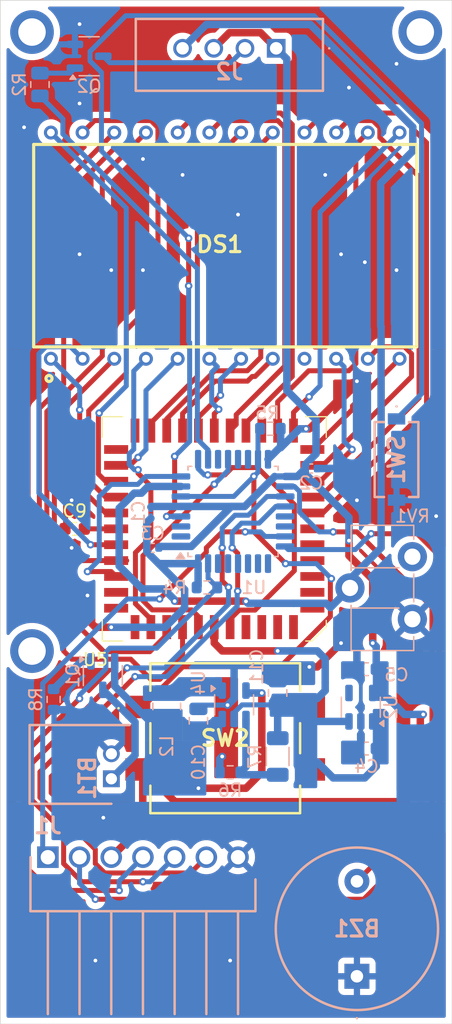
<source format=kicad_pcb>
(kicad_pcb (version 20241229) (generator "pcbnew") (generator_version "9.0")
  (layers (0 "F.Cu" signal) (2 "B.Cu" signal) (13 "F.Paste" user) (15 "B.Paste" user) (5 "F.SilkS" user "F.Silkscreen") (7 "B.SilkS" user "B.Silkscreen") (1 "F.Mask" user) (3 "B.Mask" user) (25 "Edge.Cuts" user))
  (net 0 "")
  (net 1 "GND")
  (net 2 "+BATT")
  (net 3 "+2V5")
  (net 5 "SWDIO")
  (net 11 "Net-(Q2-B)")
  (net 13 "SWCLK")
  (net 15 "Net-(U5-LCD0)")
  (net 16 "Net-(U4-V_{FB})")
  (net 17 "+5V")
  (net 19 "BUZZER")
  (net 23 "USERBUTTON")
  (net 25 "NRST")
  (net 26 "BOOT0")
  (net 27 "USART1_RX")
  (net 28 "USART1_TX")
  (net 29 "Net-(U4-SW)")
  (net 30 "LCD_DATA")
  (net 31 "LCD_LOAD")
  (net 32 "LCD_Clock")
  (net 34 "LCD_G3")
  (net 35 "LCD_D3")
  (net 37 "LCD_E3")
  (net 38 "LCD_C3")
  (net 40 "LCD_DP1")
  (net 42 "LCD_D1")
  (net 43 "LCD_A3")
  (net 44 "LCD_C1")
  (net 45 "LCD_A2")
  (net 49 "LCD_E1")
  (net 52 "LCD_F1")
  (net 53 "LCD_F3")
  (net 54 "LCD_F2")
  (net 55 "LCD_D2")
  (net 57 "LCD_B2")
  (net 59 "LCD_A1")
  (net 60 "LCD_B3")
  (net 61 "LCD_G2")
  (net 62 "LCD_G1")
  (net 64 "LCD_C2")
  (net 66 "Net-(DS1-COM)")
  (net 67 "LCD_B1")
  (net 68 "LCD_E2")
  (net 72 "Net-(BT1-+)")
  (net 73 "Net-(Q1-G)")
  (net 74 "Net-(J2-Pin_2)")
  (net 75 "ADC_IN")
  (net 76 "SENSOR_EN")
  (footprint "Package_LCC:PLCC-44" (layer "F.Cu") (at 142.875 80.3925 180)
    (property "Reference" "U5")
    (property "Value" "AY0438X-L")
  )
  (footprint "MountingHole:MountingHole_2.2mm_M2_ISO7380_Pad" (layer "F.Cu") (at 128.27 40.64)
    (property "Reference" "H1" (hide yes))
    (property "Value" "MountingHole" (hide yes))
  )
  (footprint "Capacitor_SMD:C_0603_1608Metric" (layer "F.Cu") (at 131.6875 80.3925)
    (property "Reference" "C9")
    (property "Value" "39 pF")
  )
  (footprint "breathalyzer:430162085826" (layer "F.Cu") (at 143.7525 97.145)
    (property "Reference" "SW2")
    (property "Value" "SW_Push_Dual" (hide yes))
  )
  (footprint "MountingHole:MountingHole_2.2mm_M2_ISO7380_Pad" (layer "F.Cu") (at 159.385 40.64)
    (property "Reference" "H1" (hide yes))
    (property "Value" "MountingHole" (hide yes))
  )
  (footprint "breathalyzer:LCD-S301C31TR" (layer "F.Cu") (at 143.7525 57.732779)
    (property "Reference" "DS1")
    (property "Value" "LCD-S301C31TR" (hide yes))
  )
  (footprint "MountingHole:MountingHole_2.2mm_M2_ISO7380_Pad" (layer "F.Cu") (at 128.27 90.17)
    (property "Reference" "H1" (hide yes))
    (property "Value" "MountingHole" (hide yes))
  )
  (footprint "Resistor_SMD:R_0603_1608Metric" (layer "B.Cu") (at 142.29 85.08 180)
    (property "Reference" "R4")
    (property "Value" "10k")
  )
  (footprint "Capacitor_SMD:C_0402_1005Metric" (layer "B.Cu") (at 137.95 81.915 180)
    (property "Reference" "C3")
    (property "Value" "100 nf")
  )
  (footprint "Capacitor_SMD:C_0603_1608Metric" (layer "B.Cu") (at 155.08 97.9725)
    (property "Reference" "C4")
    (property "Value" "1 uF")
  )
  (footprint "Capacitor_SMD:C_0402_1005Metric" (layer "B.Cu") (at 150.65 75.565)
    (property "Reference" "C2")
    (property "Value" "100 nf")
  )
  (footprint "Resistor_SMD:R_1206_3216Metric" (layer "B.Cu") (at 147.955 98.6075 -90)
    (property "Reference" "R7")
    (property "Value" "90k")
  )
  (footprint "Capacitor_SMD:C_0805_2012Metric" (layer "B.Cu") (at 141.605 95.7475 -90)
    (property "Reference" "C10")
    (property "Value" "10 uF")
  )
  (footprint "breathalyzer:PTS636SM43JSMTRLFS" (layer "B.Cu") (at 157.48 74.845 -90)
    (property "Reference" "SW1")
    (property "Value" "PTS636SK43SMTR" (hide yes))
  )
  (footprint "Resistor_SMD:R_0603_1608Metric" (layer "B.Cu") (at 147.37 72.38)
    (property "Reference" "R5")
    (property "Value" "10k")
  )
  (footprint "breathalyzer:HDRRA7W66P0X254_1X7_1778X229X274P" (layer "B.Cu") (at 129.54 106.666)
    (property "Reference" "J1")
    (property "Value" "Conn_01x07_Pin" (hide yes))
  )
  (footprint "Potentiometer_THT:Potentiometer_ACP_CA9-H5_Horizontal" (layer "B.Cu") (at 158.75 82.62 180)
    (property "Reference" "RV1")
    (property "Value" "50k_Potentiometer")
  )
  (footprint "Package_TO_SOT_SMD:SOT-23-6" (layer "B.Cu") (at 144.465 94.47 -90)
    (property "Reference" "U4")
    (property "Value" "TLV61070ADBV")
  )
  (footprint "Resistor_SMD:R_0603_1608Metric" (layer "B.Cu") (at 130.0025 94.0425 -90)
    (property "Reference" "R8")
    (property "Value" "1k")
  )
  (footprint "Resistor_SMD:R_0805_2012Metric" (layer "B.Cu") (at 128.905 44.837779 -90)
    (property "Reference" "R2")
    (property "Value" "330")
  )
  (footprint "Capacitor_SMD:C_0603_1608Metric" (layer "B.Cu") (at 155.08 91.6225)
    (property "Reference" "C5")
    (property "Value" "1 uF")
  )
  (footprint "Package_TO_SOT_SMD:SOT-23-5" (layer "B.Cu") (at 154.62 94.665 90)
    (property "Reference" "U2")
    (property "Value" "TLV73325PDBV")
  )
  (footprint "Capacitor_SMD:C_0805_2012Metric" (layer "B.Cu") (at 147.955 93.5275 -90)
    (property "Reference" "C11")
    (property "Value" "10 uF")
  )
  (footprint "Package_TO_SOT_SMD:SOT-23-3" (layer "B.Cu") (at 133.945 92.1375 -90)
    (property "Reference" "Q1")
    (property "Value" "Q_PMOS")
  )
  (footprint "breathalyzer:25SHB04TS" (layer "B.Cu") (at 147.835 41.940279)
    (property "Reference" "J2")
    (property "Value" "MP-3B socket" (hide yes))
  )
  (footprint "breathalyzer:CPT1414680T" (layer "B.Cu") (at 154.305 116.195 180)
    (property "Reference" "BZ1")
    (property "Value" "Buzzer" (hide yes))
  )
  (footprint "breathalyzer:SHDRRA2W50P0X200_1X2_600X770X525P" (layer "B.Cu") (at 134.63 100.3925 -90)
    (property "Reference" "BT1")
    (property "Value" "2x AA Battery" (hide yes))
  )
  (footprint "Package_QFP:LQFP-32_7x7mm_P0.8mm" (layer "B.Cu") (at 144.38 79)
    (property "Reference" "U1")
    (property "Value" "STM32F030K6Tx" (hide yes))
  )
  (footprint "Capacitor_SMD:C_01005_0402Metric" (layer "B.Cu") (at 137.795 79.1 -90)
    (property "Reference" "C1")
    (property "Value" "10 nf")
  )
  (footprint "Package_TO_SOT_SMD:SOT-23-3" (layer "B.Cu") (at 132.8475 42.575279)
    (property "Reference" "Q2")
    (property "Value" "NPN")
  )
  (footprint "Resistor_SMD:R_0603_1608Metric" (layer "B.Cu") (at 144.145 99.8775)
    (property "Reference" "R6")
    (property "Value" "10k")
  )
  (footprint "Inductor_SMD:L_1008_2520Metric" (layer "B.Cu") (at 139.065 94.6025 90)
    (property "Reference" "L2")
    (property "Value" "24 nH")
  )
  (gr_rect (start 125.73 38.1) (end 161.925 120.015) (stroke (width 0.05)) (fill no) (layer "Edge.Cuts"))
  (segment (start 150.495 91.44) (end 151.13 91.44) (width 0.6) (layer "F.Cu") (net 1))
  (segment (start 150.495 72.39) (end 154.305 68.58) (width 0.6) (layer "F.Cu") (net 1))
  (segment (start 133.35 88.265) (end 134.62 88.265) (width 0.6) (layer "F.Cu") (net 1))
  (segment (start 151.13 91.44) (end 153.035 89.535) (width 0.6) (layer "F.Cu") (net 1))
  (segment (start 150.23 72.39) (end 150.495 72.39) (width 0.6) (layer "F.Cu") (net 1))
  (segment (start 132.715 85.725) (end 132.715 87.63) (width 0.6) (layer "F.Cu") (net 1))
  (segment (start 132.715 87.63) (end 133.35 88.265) (width 0.6) (layer "F.Cu") (net 1))
  (segment (start 136.515 88.265) (end 136.525 88.255) (width 0.6) (layer "F.Cu") (net 1))
  (segment (start 134.62 88.265) (end 136.515 88.265) (width 0.6) (layer "F.Cu") (net 1))
  (via (at 153.035 58.42) (size 0.6) (drill 0.3) (layers "F.Cu" "B.Cu") (net 1))
  (via (at 157.48 59.69) (size 0.6) (drill 0.3) (layers "F.Cu" "B.Cu") (net 1))
  (via (at 132.08 46.355) (size 0.6) (drill 0.3) (layers "F.Cu" "B.Cu") (net 1))
  (via (at 144.78 55.245) (size 0.6) (drill 0.3) (layers "F.Cu" "B.Cu") (net 1))
  (via (at 133.985 103.505) (size 0.6) (drill 0.3) (layers "F.Cu" "B.Cu") (net 1))
  (via (at 132.08 40.005) (size 0.6) (drill 0.3) (layers "F.Cu" "B.Cu") (net 1))
  (via (at 143.51 98.6075) (size 0.6) (drill 0.3) (layers "F.Cu" "B.Cu") (net 1))
  (via (at 160.655 79.375) (size 0.6) (drill 0.3) (layers "F.Cu" "B.Cu") (net 1))
  (via (at 137.16 59.69) (size 0.6) (drill 0.3) (layers "F.Cu" "B.Cu") (net 1))
  (via (at 134.62 88.265) (size 0.6) (drill 0.3) (layers "F.Cu" "B.Cu") (net 1))
  (via (at 144.145 114.935) (size 0.6) (drill 0.3) (layers "F.Cu" "B.Cu") (net 1))
  (via (at 143.93881 94.496) (size 0.6) (drill 0.3) (layers "F.Cu" "B.Cu") (net 1))
  (via (at 140.335 52.07) (size 0.6) (drill 0.3) (layers "F.Cu" "B.Cu") (net 1))
  (via (at 150.23 72.39) (size 0.6) (drill 0.3) (layers "F.Cu" "B.Cu") (net 1))
  (via (at 131.445 78.105) (size 0.6) (drill 0.3) (layers "F.Cu" "B.Cu") (net 1))
  (via (at 154.305 68.58) (size 0.6) (drill 0.3) (layers "F.Cu" "B.Cu") (net 1))
  (via (at 134.62 59.69) (size 0.6) (drill 0.3) (layers "F.Cu" "B.Cu") (net 1))
  (via (at 153.035 89.535) (size 0.6) (drill 0.3) (layers "F.Cu" "B.Cu") (net 1))
  (via (at 133.35 114.935) (size 0.6) (drill 0.3) (layers "F.Cu" "B.Cu") (net 1))
  (via (at 132.715 85.725) (size 0.6) (drill 0.3) (layers "F.Cu" "B.Cu") (net 1))
  (via (at 151.765 52.07) (size 0.6) (drill 0.3) (layers "F.Cu" "B.Cu") (net 1))
  (via (at 137.16 50.8) (size 0.6) (drill 0.3) (layers "F.Cu" "B.Cu") (net 1))
  (via (at 131.445 81.915) (size 0.6) (drill 0.3) (layers "F.Cu" "B.Cu") (net 1))
  (via (at 153.67 45.085) (size 0.6) (drill 0.3) (layers "F.Cu" "B.Cu") (net 1))
  (via (at 154.94 59.055) (size 0.6) (drill 0.3) (layers "F.Cu" "B.Cu") (net 1))
  (via (at 157.48 43.18) (size 0.6) (drill 0.3) (layers "F.Cu" "B.Cu") (net 1))
  (via (at 132.08 58.42) (size 0.6) (drill 0.3) (layers "F.Cu" "B.Cu") (net 1))
  (via (at 127.635 48.26) (size 0.6) (drill 0.3) (layers "F.Cu" "B.Cu") (net 1))
  (via (at 154.305 78.105) (size 0.6) (drill 0.3) (layers "F.Cu" "B.Cu") (net 1))
  (via (at 150.495 91.44) (size 0.6) (drill 0.3) (layers "F.Cu" "B.Cu") (net 1))
  (segment (start 148.195 73.81) (end 147.18 74.825) (width 0.6) (layer "B.Cu") (net 1))
  (segment (start 144.465 93.3325) (end 144.465 93.96981) (width 0.6) (layer "B.Cu") (net 1))
  (segment (start 137.47 81.915) (end 137.47 79.876) (width 0.6) (layer "B.Cu") (net 1))
  (segment (start 141.9065 94.496) (end 143.93881 94.496) (width 0.4) (layer "B.Cu") (net 1))
  (segment (start 138.420001 83.175) (end 137.47 82.224999) (width 0.6) (layer "B.Cu") (net 1))
  (segment (start 137.47 82.224999) (end 137.47 81.915) (width 0.6) (layer "B.Cu") (net 1))
  (segment (start 141.605 94.7975) (end 141.9065 94.496) (width 0.4) (layer "B.Cu") (net 1))
  (segment (start 153.025 75.555) (end 153.035 75.565) (width 0.6) (layer "B.Cu") (net 1))
  (segment (start 140.501 85.255999) (end 138.420001 83.175) (width 0.6) (layer "B.Cu") (net 1))
  (segment (start 143.32 98.7975) (end 143.51 98.6075) (width 0.6) (layer "B.Cu") (net 1))
  (segment (start 148.195 72.38) (end 148.195 73.81) (width 0.6) (layer "B.Cu") (net 1))
  (segment (start 149.705 72.39) (end 150.23 72.39) (width 0.6) (layer "B.Cu") (net 1))
  (segment (start 138.938636 88.265) (end 140.501 86.702636) (width 0.6) (layer "B.Cu") (net 1))
  (segment (start 134.62 88.265) (end 138.938636 88.265) (width 0.6) (layer "B.Cu") (net 1))
  (segment (start 144.465 92.69519) (end 144.465 91.3075) (width 0.6) (layer "B.Cu") (net 1))
  (segment (start 130.0025 94.8675) (end 131.105 94.8675) (width 0.6) (layer "B.Cu") (net 1))
  (segment (start 144.465 93.96981) (end 143.93881 94.496) (width 0.6) (layer "B.Cu") (net 1))
  (segment (start 141.58 83.175) (end 138.420001 83.175) (width 0.6) (layer "B.Cu") (net 1))
  (segment (start 144.465 93.3325) (end 144.465 92.69519) (width 0.6) (layer "B.Cu") (net 1))
  (segment (start 141.58 84.965) (end 141.465 85.08) (width 0.6) (layer "B.Cu") (net 1))
  (segment (start 151.98 75.565) (end 151.99 75.555) (width 0.6) (layer "B.Cu") (net 1))
  (segment (start 143.32 99.8775) (end 143.32 98.7975) (width 0.6) (layer "B.Cu") (net 1))
  (segment (start 151.99 75.555) (end 153.025 75.555) (width 0.6) (layer "B.Cu") (net 1))
  (segment (start 148.195 73.9) (end 149.705 72.39) (width 0.6) (layer "B.Cu") (net 1))
  (segment (start 140.501 86.702636) (end 140.501 85.255999) (width 0.6) (layer "B.Cu") (net 1))
  (segment (start 151.13 75.565) (end 151.98 75.565) (width 0.6) (layer "B.Cu") (net 1))
  (segment (start 154.305 91.6225) (end 154.305 89.535) (width 0.6) (layer "B.Cu") (net 1))
  (segment (start 141.58 83.175) (end 141.58 84.965) (width 0.6) (layer "B.Cu") (net 1))
  (segment (start 148.195 73.81) (end 148.195 73.9) (width 0.6) (layer "B.Cu") (net 1))
  (segment (start 137.47 79.876) (end 137.795 79.551) (width 0.6) (layer "B.Cu") (net 1))
  (segment (start 146.05 100.5125) (end 146.685 99.8775) (width 0.6) (layer "F.Cu") (net 2))
  (segment (start 146.685 99.8775) (end 146.685 93.5275) (width 0.6) (layer "F.Cu") (net 2))
  (segment (start 145.415 101.1475) (end 146.05 100.5125) (width 0.6) (layer "F.Cu") (net 2))
  (segment (start 141.605 101.1475) (end 145.415 101.1475) (width 0.6) (layer "F.Cu") (net 2))
  (via (at 141.605 101.1475) (size 0.6) (drill 0.3) (layers "F.Cu" "B.Cu") (net 2))
  (via (at 146.685 93.5275) (size 0.6) (drill 0.3) (layers "F.Cu" "B.Cu") (net 2))
  (segment (start 146.685 93.5275) (end 145.61 93.5275) (width 0.6) (layer "B.Cu") (net 2))
  (segment (start 145.61 93.5275) (end 145.415 93.3325) (width 0.6) (layer "B.Cu") (net 2))
  (segment (start 134.895 91) (end 134.895 92.975) (width 0.6) (layer "B.Cu") (net 2))
  (segment (start 134.895 92.975) (end 137.5975 95.6775) (width 0.6) (layer "B.Cu") (net 2))
  (segment (start 137.5975 95.6775) (end 139.065 95.6775) (width 0.6) (layer "B.Cu") (net 2))
  (segment (start 144.086 40.689279) (end 142.835 41.940279) (width 0.6) (layer "F.Cu") (net 3))
  (segment (start 147.835 41.940279) (end 146.584 40.689279) (width 0.6) (layer "F.Cu") (net 3))
  (segment (start 153.67 82.54) (end 153.67 81.335) (width 0.6) (layer "F.Cu") (net 3))
  (segment (start 155.575 89.535) (end 155.575 84.445) (width 0.6) (layer "F.Cu") (net 3))
  (segment (start 159.385 95.476) (end 159.621 95.24) (width 0.6) (layer "F.Cu") (net 3))
  (segment (start 155.575 84.445) (end 153.67 82.54) (width 0.6) (layer "F.Cu") (net 3))
  (segment (start 134.62 106.666) (end 137.145 104.141) (width 0.6) (layer "F.Cu") (net 3))
  (segment (start 137.145 99.645) (end 139.725 102.225) (width 0.6) (layer "F.Cu") (net 3))
  (segment (start 159.385 100.955) (end 159.385 95.476) (width 0.6) (layer "F.Cu") (net 3))
  (segment (start 139.725 102.225) (end 158.115 102.225) (width 0.6) (layer "F.Cu") (net 3))
  (segment (start 158.115 102.225) (end 159.385 100.955) (width 0.6) (layer "F.Cu") (net 3))
  (segment (start 137.145 104.141) (end 137.145 99.645) (width 0.6) (layer "F.Cu") (net 3))
  (segment (start 146.584 40.689279) (end 144.086 40.689279) (width 0.6) (layer "F.Cu") (net 3))
  (via (at 159.621 95.24) (size 0.6) (drill 0.3) (layers "F.Cu" "B.Cu") (net 3))
  (via (at 155.575 89.535) (size 0.6) (drill 0.3) (layers "F.Cu" "B.Cu") (net 3))
  (via (at 153.67 81.335) (size 0.6) (drill 0.3) (layers "F.Cu" "B.Cu") (net 3))
  (segment (start 157.48 94.605) (end 156.845 93.97) (width 0.6) (layer "B.Cu") (net 3))
  (segment (start 140.205 81.8) (end 138.545 81.8) (width 0.6) (layer "B.Cu") (net 3))
  (segment (start 148.690906 69.315906) (end 151.03 71.655) (width 0.6) (layer "B.Cu") (net 3))
  (segment (start 155.855 89.815) (end 155.855 91.6225) (width 0.6) (layer "B.Cu") (net 3))
  (segment (start 140.205 78.6) (end 141.043762 78.6) (width 0.6) (layer "B.Cu") (net 3))
  (segment (start 150.17 75.255) (end 151.03 74.395) (width 0.6) (layer "B.Cu") (net 3))
  (segment (start 151.03 74.395) (end 151.03 71.655) (width 0.6) (layer "B.Cu") (net 3))
  (segment (start 149.535 76.2) (end 150.17 75.565) (width 0.6) (layer "B.Cu") (net 3))
  (segment (start 159.621 95.24) (end 158.115 95.24) (width 0.6) (layer "B.Cu") (net 3))
  (segment (start 158.115 95.24) (end 157.48 94.605) (width 0.6) (layer "B.Cu") (net 3))
  (segment (start 140.205 81.8) (end 141.043762 81.8) (width 0.6) (layer "B.Cu") (net 3))
  (segment (start 144.243762 78.6) (end 145.316238 78.6) (width 0.6) (layer "B.Cu") (net 3))
  (segment (start 145.316238 78.6) (end 147.716238 76.2) (width 0.6) (layer "B.Cu") (net 3))
  (segment (start 140.205 78.6) (end 137.844 78.6) (width 0.6) (layer "B.Cu") (net 3))
  (segment (start 147.835 41.940279) (end 148.690906 42.796185) (width 0.6) (layer "B.Cu") (net 3))
  (segment (start 155.575 89.535) (end 155.855 89.815) (width 0.6) (layer "B.Cu") (net 3))
  (segment (start 153.67 79.485) (end 150.17 75.985) (width 0.6) (layer "B.Cu") (net 3))
  (segment (start 148.690906 42.796185) (end 148.690906 69.315906) (width 0.6) (layer "B.Cu") (net 3))
  (segment (start 148.555 76.2) (end 149.535 76.2) (width 0.6) (layer "B.Cu") (net 3))
  (segment (start 141.043762 81.8) (end 144.243762 78.6) (width 0.6) (layer "B.Cu") (net 3))
  (segment (start 150.17 75.565) (end 150.17 75.255) (width 0.6) (layer "B.Cu") (net 3))
  (segment (start 153.67 81.335) (end 153.67 79.485) (width 0.6) (layer "B.Cu") (net 3))
  (segment (start 137.844 78.6) (end 137.795 78.649) (width 0.6) (layer "B.Cu") (net 3))
  (segment (start 150.17 75.985) (end 150.17 75.565) (width 0.6) (layer "B.Cu") (net 3))
  (segment (start 140.205 78.6) (end 145.316238 78.6) (width 0.6) (layer "B.Cu") (net 3))
  (segment (start 138.545 81.8) (end 138.43 81.915) (width 0.6) (layer "B.Cu") (net 3))
  (segment (start 142.24 81.905) (end 142.24 82.256761) (width 0.4) (layer "F.Cu") (net 5))
  (segment (start 142.24 82.256761) (end 138.494999 86.001762) (width 0.4) (layer "F.Cu") (net 5))
  (segment (start 145.35 80.635) (end 143.51 80.635) (width 0.4) (layer "F.Cu") (net 5))
  (segment (start 143.51 80.635) (end 142.24 81.905) (width 0.4) (layer "F.Cu") (net 5))
  (via (at 145.35 80.635) (size 0.6) (drill 0.3) (layers "F.Cu" "B.Cu") (net 5))
  (via (at 138.494999 86.001762) (size 0.6) (drill 0.3) (layers "F.Cu" "B.Cu") (net 5))
  (segment (start 129.1265 106.2525) (end 129.54 106.666) (width 0.4) (layer "B.Cu") (net 5))
  (segment (start 145.35 80.635) (end 146.585712 80.635) (width 0.4) (layer "B.Cu") (net 5))
  (segment (start 138.494999 86.001762) (end 135.887754 86.001762) (width 0.4) (layer "B.Cu") (net 5))
  (segment (start 135.887754 86.001762) (end 129.1265 92.763016) (width 0.4) (layer "B.Cu") (net 5))
  (segment (start 146.950712 81) (end 148.555 81) (width 0.4) (layer "B.Cu") (net 5))
  (segment (start 129.1265 92.763016) (end 129.1265 106.2525) (width 0.4) (layer "B.Cu") (net 5))
  (segment (start 146.585712 80.635) (end 146.950712 81) (width 0.4) (layer "B.Cu") (net 5))
  (segment (start 131.31 43.925279) (end 131.71 43.525279) (width 0.4) (layer "B.Cu") (net 11))
  (segment (start 128.905 43.925279) (end 131.31 43.925279) (width 0.4) (layer "B.Cu") (net 11))
  (segment (start 160.922 103.959314) (end 154.851814 110.0295) (width 0.4) (layer "F.Cu") (net 13))
  (segment (start 160.922 82.57027) (end 160.922 103.959314) (width 0.4) (layer "F.Cu") (net 13))
  (segment (start 154.851814 110.0295) (end 133.35 110.0295) (width 0.4) (layer "F.Cu") (net 13))
  (segment (start 155.443501 80.783551) (end 159.135281 80.783551) (width 0.4) (layer "F.Cu") (net 13))
  (segment (start 159.135281 80.783551) (end 160.922 82.57027) (width 0.4) (layer "F.Cu") (net 13))
  (via (at 155.443501 80.783551) (size 0.6) (drill 0.3) (layers "F.Cu" "B.Cu") (net 13))
  (via (at 133.35 110.0295) (size 0.6) (drill 0.3) (layers "F.Cu" "B.Cu") (net 13))
  (segment (start 148.555 81.8) (end 148.804999 82.049999) (width 0.4) (layer "B.Cu") (net 13))
  (segment (start 148.804999 82.049999) (end 154.177053 82.049999) (width 0.4) (layer "B.Cu") (net 13))
  (segment (start 133.35 110.0295) (end 132.08 108.7595) (width 0.4) (layer "B.Cu") (net 13))
  (segment (start 132.08 108.7595) (end 132.08 106.666) (width 0.4) (layer "B.Cu") (net 13))
  (segment (start 154.177053 82.049999) (end 155.443501 80.783551) (width 0.4) (layer "B.Cu") (net 13))
  (segment (start 132.4625 80.3925) (end 135.0125 80.3925) (width 0.4) (layer "F.Cu") (net 15))
  (segment (start 145.415 99.4325) (end 144.97 99.8775) (width 0.6) (layer "B.Cu") (net 16))
  (segment (start 145.415 95.6075) (end 145.415 99.4325) (width 0.6) (layer "B.Cu") (net 16))
  (segment (start 145.1625 100.07) (end 144.97 99.8775) (width 0.6) (layer "B.Cu") (net 16))
  (segment (start 147.955 100.07) (end 145.1625 100.07) (width 0.6) (layer "B.Cu") (net 16))
  (segment (start 142.875 88.255) (end 142.875 89.525) (width 0.6) (layer "F.Cu") (net 17))
  (segment (start 143.51 90.16) (end 147.955 90.16) (width 0.6) (layer "F.Cu") (net 17))
  (segment (start 142.875 89.525) (end 143.51 90.16) (width 0.6) (layer "F.Cu") (net 17))
  (via (at 147.955 90.16) (size 0.6) (drill 0.3) (layers "F.Cu" "B.Cu") (net 17))
  (segment (start 145.1 94.4775) (end 147.955 94.4775) (width 0.4) (layer "B.Cu") (net 17))
  (segment (start 153.67 95.8025) (end 151.13 95.8025) (width 0.6) (layer "B.Cu") (net 17))
  (segment (start 150.495 99.05) (end 151.13 99.05) (width 0.6) (layer "B.Cu") (net 17))
  (segment (start 147.955 90.16) (end 151.13 90.16) (width 0.6) (layer "B.Cu") (net 17))
  (segment (start 151.765 92.7) (end 151.765 93.335) (width 0.6) (layer "B.Cu") (net 17))
  (segment (start 152.4 100.32) (end 154.94 100.32) (width 0.6) (layer "B.Cu") (net 17))
  (segment (start 154.94 100.32) (end 155.855 99.405) (width 0.6) (layer "B.Cu") (net 17))
  (segment (start 144.465 95.1125) (end 145.1 94.4775) (width 0.4) (layer "B.Cu") (net 17))
  (segment (start 144.465 95.6075) (end 144.465 95.111612) (width 0.4) (layer "B.Cu") (net 17))
  (segment (start 151.765 93.335) (end 151.13 93.97) (width 0.6) (layer "B.Cu") (net 17))
  (segment (start 155.855 99.405) (end 155.855 97.9725) (width 0.6) (layer "B.Cu") (net 17))
  (segment (start 147.955 97.145) (end 147.955 94.4775) (width 0.6) (layer "B.Cu") (net 17))
  (segment (start 151.765 90.795) (end 151.765 92.7) (width 0.6) (layer "B.Cu") (net 17))
  (segment (start 144.465 95.6075) (end 144.465 95.1125) (width 0.4) (layer "B.Cu") (net 17))
  (segment (start 151.13 90.16) (end 151.765 90.795) (width 0.6) (layer "B.Cu") (net 17))
  (segment (start 151.13 99.05) (end 152.4 100.32) (width 0.6) (layer "B.Cu") (net 17))
  (segment (start 154.305 80.635) (end 152.4 80.635) (width 0.4) (layer "F.Cu") (net 19))
  (segment (start 160.321 86.651) (end 154.305 80.635) (width 0.4) (layer "F.Cu") (net 19))
  (segment (start 154.305 108.595) (end 160.321 102.579) (width 0.4) (layer "F.Cu") (net 19))
  (segment (start 160.321 102.579) (end 160.321 86.651) (width 0.4) (layer "F.Cu") (net 19))
  (via (at 152.4 80.635) (size 0.6) (drill 0.3) (layers "F.Cu" "B.Cu") (net 19))
  (segment (start 152.4 80.635) (end 151.28734 80.635) (width 0.4) (layer "B.Cu") (net 19))
  (segment (start 149.706 77.401001) (end 149.304999 77) (width 0.4) (layer "B.Cu") (net 19))
  (segment (start 149.706 79.05366) (end 149.706 77.401001) (width 0.4) (layer "B.Cu") (net 19))
  (segment (start 149.304999 77) (end 148.555 77) (width 0.4) (layer "B.Cu") (net 19))
  (segment (start 151.28734 80.635) (end 149.706 79.05366) (width 0.4) (layer "B.Cu") (net 19))
  (segment (start 148.59 83.175) (end 146.05 80.635) (width 0.4) (layer "F.Cu") (net 23))
  (segment (start 137.145 94.645) (end 140.36 91.43) (width 0.4) (layer "F.Cu") (net 23))
  (segment (start 152.179 85.08) (end 152.179 84.450456) (width 0.4) (layer "F.Cu") (net 23))
  (segment (start 146.05 80.635) (end 146.05 76.19) (width 0.4) (layer "F.Cu") (net 23))
  (segment (start 152.179 84.450456) (end 152.256304 84.373152) (width 0.4) (layer "F.Cu") (net 23))
  (segment (start 148.1645 91.43) (end 152.179 87.4155) (width 0.4) (layer "F.Cu") (net 23))
  (segment (start 140.36 91.43) (end 148.1645 91.43) (width 0.4) (layer "F.Cu") (net 23))
  (segment (start 152.179 87.4155) (end 152.179 85.08) (width 0.4) (layer "F.Cu") (net 23))
  (via (at 152.256304 84.373152) (size 0.6) (drill 0.3) (layers "F.Cu" "B.Cu") (net 23))
  (via (at 146.05 76.19) (size 0.6) (drill 0.3) (layers "F.Cu" "B.Cu") (net 23))
  (via (at 148.59 83.175) (size 0.6) (drill 0.3) (layers "F.Cu" "B.Cu") (net 23))
  (segment (start 146.05 76.19) (end 146.38 75.86) (width 0.4) (layer "B.Cu") (net 23))
  (segment (start 146.38 72.545) (end 146.38 74.825) (width 0.4) (layer "B.Cu") (net 23))
  (segment (start 146.05 76.19) (end 144.44 77.8) (width 0.4) (layer "B.Cu") (net 23))
  (segment (start 146.38 75.86) (end 146.38 74.825) (width 0.4) (layer "B.Cu") (net 23))
  (segment (start 144.44 77.8) (end 140.205 77.8) (width 0.4) (layer "B.Cu") (net 23))
  (segment (start 152.256304 84.373152) (end 151.058152 83.175) (width 0.4) (layer "B.Cu") (net 23))
  (segment (start 151.058152 83.175) (end 148.59 83.175) (width 0.4) (layer "B.Cu") (net 23))
  (segment (start 140.8215 60.95) (end 140.8215 57.14) (width 0.4) (layer "F.Cu") (net 25))
  (segment (start 139.7 78.765) (end 139.7 74.5935) (width 0.4) (layer "F.Cu") (net 25))
  (segment (start 139.065 79.4) (end 139.7 78.765) (width 0.4) (layer "F.Cu") (net 25))
  (via (at 140.8215 60.95) (size 0.6) (drill 0.3) (layers "F.Cu" "B.Cu") (net 25))
  (via (at 139.7 74.5935) (size 0.6) (drill 0.3) (layers "F.Cu" "B.Cu") (net 25))
  (via (at 140.8215 57.14) (size 0.6) (drill 0.3) (layers "F.Cu" "B.Cu") (net 25))
  (via (at 139.065 79.4) (size 0.6) (drill 0.3) (layers "F.Cu" "B.Cu") (net 25))
  (segment (start 159.4845 69.5905) (end 157.48 71.595) (width 0.4) (layer "B.Cu") (net 25))
  (segment (start 140.9035 73.39) (end 140.9035 65.477) (width 0.4) (layer "B.Cu") (net 25))
  (segment (start 140.205 79.4) (end 139.065 79.4) (width 0.4) (layer "B.Cu") (net 25))
  (segment (start 135.780112 39.334279) (end 150.865845 39.334279) (width 0.4) (layer "B.Cu") (net 25))
  (segment (start 159.4845 47.952934) (end 159.4845 69.5905) (width 0.4) (layer "B.Cu") (net 25))
  (segment (start 139.7 74.5935) (end 140.9035 73.39) (width 0.4) (layer "B.Cu") (net 25))
  (segment (start 140.8215 57.14) (end 133.836058 50.154558) (width 0.4) (layer "B.Cu") (net 25))
  (segment (start 140.8215 65.395) (end 140.8215 60.95) (width 0.4) (layer "B.Cu") (net 25))
  (segment (start 150.865845 39.334279) (end 159.4845 47.952934) (width 0.4) (layer "B.Cu") (net 25))
  (segment (start 133.836058 50.154558) (end 133.836058 43.872225) (width 0.4) (layer "B.Cu") (net 25))
  (segment (start 140.89575 65.46925) (end 140.8215 65.395) (width 0.4) (layer "B.Cu") (net 25))
  (segment (start 133.836058 43.872225) (end 132.9215 42.957667) (width 0.4) (layer "B.Cu") (net 25))
  (segment (start 132.9215 42.957667) (end 132.9215 42.192891) (width 0.4) (layer "B.Cu") (net 25))
  (segment (start 132.9215 42.192891) (end 135.780112 39.334279) (width 0.4) (layer "B.Cu") (net 25))
  (segment (start 140.9035 65.477) (end 140.89575 65.46925) (width 0.4) (layer "B.Cu") (net 25))
  (segment (start 127.669 107.322) (end 129.6765 109.3295) (width 0.4) (layer "F.Cu") (net 26))
  (segment (start 127.669 98.381) (end 127.669 107.322) (width 0.4) (layer "F.Cu") (net 26))
  (segment (start 132.08 93.97) (end 127.669 98.381) (width 0.4) (layer "F.Cu") (net 26))
  (segment (start 129.6765 109.3295) (end 135.255 109.3295) (width 0.4) (layer "F.Cu") (net 26))
  (via (at 132.08 93.97) (size 0.6) (drill 0.3) (layers "F.Cu" "B.Cu") (net 26))
  (via (at 135.255 109.3295) (size 0.6) (drill 0.3) (layers "F.Cu" "B.Cu") (net 26))
  (segment (start 134.194 90.255112) (end 134.194 91.580112) (width 0.4) (layer "B.Cu") (net 26))
  (segment (start 134.512612 89.9365) (end 134.194 90.255112) (width 0.4) (layer "B.Cu") (net 26))
  (segment (start 135.255 109.3295) (end 135.255 108.571) (width 0.4) (layer "B.Cu") (net 26))
  (segment (start 135.255 108.571) (end 137.16 106.666) (width 0.4) (layer "B.Cu") (net 26))
  (segment (start 143.115 85.08) (end 138.2585 89.9365) (width 0.4) (layer "B.Cu") (net 26))
  (segment (start 142.38 84.345) (end 143.115 85.08) (width 0.4) (layer "B.Cu") (net 26))
  (segment (start 132.08 93.694112) (end 132.08 93.97) (width 0.4) (layer "B.Cu") (net 26))
  (segment (start 138.2585 89.9365) (end 134.512612 89.9365) (width 0.4) (layer "B.Cu") (net 26))
  (segment (start 134.194 91.580112) (end 132.08 93.694112) (width 0.4) (layer "B.Cu") (net 26))
  (segment (start 142.38 83.175) (end 142.38 84.345) (width 0.4) (layer "B.Cu") (net 26))
  (segment (start 128.905 101.887917) (end 131.792083 104.775) (width 0.4) (layer "F.Cu") (net 27))
  (segment (start 144.752183 82.34718) (end 144.752183 85.376529) (width 0.4) (layer "F.Cu") (net 27))
  (segment (start 128.905 99.8405) (end 128.905 101.887917) (width 0.4) (layer "F.Cu") (net 27))
  (segment (start 133.3435 107.176359) (end 134.096641 107.9295) (width 0.4) (layer "F.Cu") (net 27))
  (segment (start 131.792083 104.775) (end 132.08 104.775) (width 0.4) (layer "F.Cu") (net 27))
  (segment (start 136.869636 107.9285) (end 137.450364 107.9285) (width 0.4) (layer "F.Cu") (net 27))
  (segment (start 136.525 92.2205) (end 128.905 99.8405) (width 0.4) (layer "F.Cu") (net 27))
  (segment (start 134.096641 107.9295) (end 136.868636 107.9295) (width 0.4) (layer "F.Cu") (net 27))
  (segment (start 144.310003 81.905) (end 144.752183 82.34718) (width 0.4) (layer "F.Cu") (net 27))
  (segment (start 133.3435 106.0385) (end 133.3435 107.176359) (width 0.4) (layer "F.Cu") (net 27))
  (segment (start 132.08 104.775) (end 133.3435 106.0385) (width 0.4) (layer "F.Cu") (net 27))
  (segment (start 137.450364 107.9285) (end 137.451364 107.9295) (width 0.4) (layer "F.Cu") (net 27))
  (segment (start 136.868636 107.9295) (end 136.869636 107.9285) (width 0.4) (layer "F.Cu") (net 27))
  (segment (start 140.9765 107.9295) (end 142.24 106.666) (width 0.4) (layer "F.Cu") (net 27))
  (segment (start 137.451364 107.9295) (end 140.9765 107.9295) (width 0.4) (layer "F.Cu") (net 27))
  (via (at 136.525 92.2205) (size 0.6) (drill 0.3) (layers "F.Cu" "B.Cu") (net 27))
  (via (at 144.310003 81.905) (size 0.6) (drill 0.3) (layers "F.Cu" "B.Cu") (net 27))
  (via (at 144.752183 85.376529) (size 0.6) (drill 0.3) (layers "F.Cu" "B.Cu") (net 27))
  (segment (start 139.069362 92.2205) (end 136.525 92.2205) (width 0.4) (layer "B.Cu") (net 27))
  (segment (start 144.714 85.414712) (end 144.714 86.575862) (width 0.4) (layer "B.Cu") (net 27))
  (segment (start 144.752183 85.376529) (end 144.714 85.414712) (width 0.4) (layer "B.Cu") (net 27))
  (segment (start 147.805001 78.6) (end 146.471001 79.934) (width 0.4) (layer "B.Cu") (net 27))
  (segment (start 145.059636 79.934) (end 144.310003 80.683633) (width 0.4) (layer "B.Cu") (net 27))
  (segment (start 144.714 86.575862) (end 139.069362 92.2205) (width 0.4) (layer "B.Cu") (net 27))
  (segment (start 148.555 78.6) (end 147.805001 78.6) (width 0.4) (layer "B.Cu") (net 27))
  (segment (start 146.471001 79.934) (end 145.059636 79.934) (width 0.4) (layer "B.Cu") (net 27))
  (segment (start 144.310003 80.683633) (end 144.310003 81.905) (width 0.4) (layer "B.Cu") (net 27))
  (segment (start 135.89 91.5205) (end 128.27 99.1405) (width 0.4) (layer "F.Cu") (net 28))
  (segment (start 128.27 99.1405) (end 128.27 102.102859) (width 0.4) (layer "F.Cu") (net 28))
  (segment (start 143.51 81.905) (end 143.51 84.560781) (width 0.4) (layer "F.Cu") (net 28))
  (segment (start 132.256641 108.6295) (end 137.16 108.6295) (width 0.4) (layer "F.Cu") (net 28))
  (segment (start 143.51 84.560781) (end 144.015 85.065781) (width 0.4) (layer "F.Cu") (net 28))
  (segment (start 130.8035 104.636359) (end 130.8035 107.176359) (width 0.4) (layer "F.Cu") (net 28))
  (segment (start 128.27 102.102859) (end 130.8035 104.636359) (width 0.4) (layer "F.Cu") (net 28))
  (segment (start 130.8035 107.176359) (end 132.256641 108.6295) (width 0.4) (layer "F.Cu") (net 28))
  (via (at 135.89 91.5205) (size 0.6) (drill 0.3) (layers "F.Cu" "B.Cu") (net 28))
  (via (at 137.16 108.6295) (size 0.6) (drill 0.3) (layers "F.Cu" "B.Cu") (net 28))
  (via (at 144.015 85.065781) (size 0.6) (drill 0.3) (layers "F.Cu" "B.Cu") (net 28))
  (via (at 143.51 81.905) (size 0.6) (drill 0.3) (layers "F.Cu" "B.Cu") (net 28))
  (segment (start 147.107602 77.8) (end 145.606602 79.301) (width 0.4) (layer "B.Cu") (net 28))
  (segment (start 137.16 108.6295) (end 137.7365 108.6295) (width 0.4) (layer "B.Cu") (net 28))
  (segment (start 145.606602 79.301) (end 144.534126 79.301) (width 0.4) (layer "B.Cu") (net 28))
  (segment (start 143.51 80.325126) (end 143.51 81.905) (width 0.4) (layer "B.Cu") (net 28))
  (segment (start 144.015 85.065781) (end 144.015 86.42492) (width 0.4) (layer "B.Cu") (net 28))
  (segment (start 137.7365 108.6295) (end 139.7 106.666) (width 0.4) (layer "B.Cu") (net 28))
  (segment (start 144.534126 79.301) (end 143.51 80.325126) (width 0.4) (layer "B.Cu") (net 28))
  (segment (start 148.555 77.8) (end 147.107602 77.8) (width 0.4) (layer "B.Cu") (net 28))
  (segment (start 138.91942 91.5205) (end 135.89 91.5205) (width 0.4) (layer "B.Cu") (net 28))
  (segment (start 144.015 86.42492) (end 138.91942 91.5205) (width 0.4) (layer "B.Cu") (net 28))
  (segment (start 132.715 83.81) (end 134.62 83.81) (width 0.4) (layer "F.Cu") (net 30))
  (segment (start 134.62 83.81) (end 135.0125 84.2025) (width 0.4) (layer "F.Cu") (net 30))
  (via (at 132.715 83.81) (size 0.6) (drill 0.3) (layers "F.Cu" "B.Cu") (net 30))
  (segment (start 137.38197 76.2) (end 140.205 76.2) (width 0.4) (layer "B.Cu") (net 30))
  (segment (start 133.6585 77.7965) (end 133.6585 82.8665) (width 0.4) (layer "B.Cu") (net 30))
  (segment (start 136.74697 76.835) (end 137.38197 76.2) (width 0.4) (layer "B.Cu") (net 30))
  (segment (start 133.6585 82.8665) (end 132.715 83.81) (width 0.4) (layer "B.Cu") (net 30))
  (segment (start 134.62 76.835) (end 136.74697 76.835) (width 0.4) (layer "B.Cu") (net 30))
  (segment (start 133.6585 77.7965) (end 134.62 76.835) (width 0.4) (layer "B.Cu") (net 30))
  (segment (start 144.145 88.255) (end 144.145 87.62) (width 0.4) (layer "F.Cu") (net 31))
  (segment (start 149.291 78.439636) (end 146.340364 75.489) (width 0.4) (layer "F.Cu") (net 31))
  (segment (start 146.340364 75.489) (end 144.307364 75.489) (width 0.4) (layer "F.Cu") (net 31))
  (segment (start 144.307364 75.489) (end 143.721364 76.075) (width 0.4) (layer "F.Cu") (net 31))
  (segment (start 144.145 87.62) (end 144.8735 86.8915) (width 0.4) (layer "F.Cu") (net 31))
  (segment (start 143.721364 76.075) (end 142.355066 76.075) (width 0.4) (layer "F.Cu") (net 31))
  (segment (start 149.291 83.744) (end 149.291 78.439636) (width 0.4) (layer "F.Cu") (net 31))
  (segment (start 144.8735 86.8915) (end 146.1435 86.8915) (width 0.4) (layer "F.Cu") (net 31))
  (segment (start 146.1435 86.8915) (end 149.291 83.744) (width 0.4) (layer "F.Cu") (net 31))
  (via (at 142.355066 76.075) (size 0.6) (drill 0.3) (layers "F.Cu" "B.Cu") (net 31))
  (segment (start 142.355066 76.075) (end 142.080001 76.075) (width 0.4) (layer "B.Cu") (net 31))
  (segment (start 142.080001 76.075) (end 141.58 75.574999) (width 0.4) (layer "B.Cu") (net 31))
  (segment (start 141.58 75.574999) (end 141.58 74.825) (width 0.4) (layer "B.Cu") (net 31))
  (segment (start 141.072029 86.877529) (end 141.605 87.4105) (width 0.4) (layer "F.Cu") (net 32))
  (segment (start 137.16 86.135058) (end 137.902471 86.877529) (width 0.4) (layer "F.Cu") (net 32))
  (segment (start 137.902471 86.877529) (end 141.072029 86.877529) (width 0.4) (layer "F.Cu") (net 32))
  (segment (start 141.605 87.4105) (end 141.605 88.255) (width 0.4) (layer "F.Cu") (net 32))
  (segment (start 137.16 82.54) (end 137.16 86.135058) (width 0.4) (layer "F.Cu") (net 32))
  (segment (start 142.875 76.825) (end 137.16 82.54) (width 0.4) (layer "F.Cu") (net 32))
  (via (at 142.875 76.825) (size 0.6) (drill 0.3) (layers "F.Cu" "B.Cu") (net 32))
  (segment (start 142.875 76.825) (end 143.98 75.72) (width 0.4) (layer "B.Cu") (net 32))
  (segment (start 143.98 75.72) (end 143.98 74.825) (width 0.4) (layer "B.Cu") (net 32))
  (segment (start 151.582 79.1225) (end 159.8855 70.819) (width 0.4) (layer "F.Cu") (net 34))
  (segment (start 159.8855 70.819) (end 159.8855 49.486719) (width 0.4) (layer "F.Cu") (net 34))
  (segment (start 157.51956 47.120779) (end 151.6645 47.120779) (width 0.4) (layer "F.Cu") (net 34))
  (segment (start 159.8855 49.486719) (end 157.51956 47.120779) (width 0.4) (layer "F.Cu") (net 34))
  (segment (start 151.6645 47.120779) (end 150.1025 48.682779) (width 0.4) (layer "F.Cu") (net 34))
  (segment (start 150.7375 79.1225) (end 151.582 79.1225) (width 0.4) (layer "F.Cu") (net 34))
  (segment (start 150.7375 75.3125) (end 151.582 75.3125) (width 0.4) (layer "F.Cu") (net 35))
  (segment (start 158.12056 65.821779) (end 156.1435 65.821779) (width 0.4) (layer "F.Cu") (net 35))
  (segment (start 158.6835 66.384719) (end 158.12056 65.821779) (width 0.4) (layer "F.Cu") (net 35))
  (segment (start 158.6835 68.211) (end 158.6835 66.384719) (width 0.4) (layer "F.Cu") (net 35))
  (segment (start 151.582 75.3125) (end 158.6835 68.211) (width 0.4) (layer "F.Cu") (net 35))
  (segment (start 156.1435 65.821779) (end 155.1825 66.782779) (width 0.4) (layer "F.Cu") (net 35))
  (segment (start 151.3725 76.5825) (end 153.9125 74.0425) (width 0.4) (layer "F.Cu") (net 37))
  (segment (start 150.7375 76.5825) (end 151.3725 76.5825) (width 0.4) (layer "F.Cu") (net 37))
  (via (at 153.9125 74.0425) (size 0.6) (drill 0.3) (layers "F.Cu" "B.Cu") (net 37))
  (segment (start 153.2775 67.417779) (end 152.6425 66.782779) (width 0.4) (layer "B.Cu") (net 37))
  (segment (start 153.9125 74.0425) (end 153.2775 73.4075) (width 0.4) (layer "B.Cu") (net 37))
  (segment (start 153.2775 67.417779) (end 153.2775 73.4075) (width 0.4) (layer "B.Cu") (net 37))
  (segment (start 150.7375 74.0425) (end 153.952779 70.827221) (width 0.4) (layer "F.Cu") (net 38))
  (segment (start 153.952779 70.5525) (end 157.7225 66.782779) (width 0.4) (layer "F.Cu") (net 38))
  (segment (start 153.952779 70.827221) (end 153.952779 70.5525) (width 0.4) (layer "F.Cu") (net 38))
  (segment (start 135.0125 75.3125) (end 136.1325 75.3125) (width 0.4) (layer "F.Cu") (net 40))
  (segment (start 136.1325 75.3125) (end 136.7675 74.6775) (width 0.4) (layer "F.Cu") (net 40))
  (via (at 136.7675 74.6775) (size 0.6) (drill 0.3) (layers "F.Cu" "B.Cu") (net 40))
  (segment (start 137.4025 74.0425) (end 137.4025 69.322779) (width 0.4) (layer "B.Cu") (net 40))
  (segment (start 137.4025 69.322779) (end 139.9425 66.782779) (width 0.4) (layer "B.Cu") (net 40))
  (segment (start 136.7675 74.6775) (end 137.4025 74.0425) (width 0.4) (layer "B.Cu") (net 40))
  (segment (start 130.0615 71.583779) (end 134.8625 66.782779) (width 0.4) (layer "F.Cu") (net 42))
  (segment (start 130.0615 82.4365) (end 130.0615 71.583779) (width 0.4) (layer "F.Cu") (net 42))
  (segment (start 130.5575 82.9325) (end 130.0615 82.4365) (width 0.4) (layer "F.Cu") (net 42))
  (segment (start 135.0125 82.9325) (end 135.857 82.9325) (width 0.4) (layer "F.Cu") (net 42))
  (segment (start 135.0125 82.9325) (end 130.5575 82.9325) (width 0.4) (layer "F.Cu") (net 42))
  (segment (start 154.2215 67.176221) (end 154.2215 49.643779) (width 0.4) (layer "F.Cu") (net 43))
  (segment (start 153.653942 67.743779) (end 154.2215 67.176221) (width 0.4) (layer "F.Cu") (net 43))
  (segment (start 147.955 70.227442) (end 150.438663 67.743779) (width 0.4) (layer "F.Cu") (net 43))
  (segment (start 150.438663 67.743779) (end 153.653942 67.743779) (width 0.4) (layer "F.Cu") (net 43))
  (segment (start 147.955 72.53) (end 147.955 70.227442) (width 0.4) (layer "F.Cu") (net 43))
  (segment (start 154.2215 49.643779) (end 155.1825 48.682779) (width 0.4) (layer "F.Cu") (net 43))
  (segment (start 137.653529 87.478529) (end 137.795 87.478529) (width 0.4) (layer "F.Cu") (net 44))
  (segment (start 137.795 76.973) (end 137.795 81.055058) (width 0.4) (layer "F.Cu") (net 44))
  (segment (start 137.795 88.255) (end 137.795 88.8675) (width 0.4) (layer "F.Cu") (net 44))
  (segment (start 137.795 87.478529) (end 137.795 88.255) (width 0.4) (layer "F.Cu") (net 44))
  (segment (start 137.795 81.055058) (end 136.559 82.291058) (width 0.4) (layer "F.Cu") (net 44))
  (segment (start 136.7685 75.666449) (end 136.7685 75.9465) (width 0.4) (layer "F.Cu") (net 44))
  (segment (start 136.7685 75.9465) (end 137.795 76.973) (width 0.4) (layer "F.Cu") (net 44))
  (segment (start 136.559 86.384) (end 137.653529 87.478529) (width 0.4) (layer "F.Cu") (net 44))
  (segment (start 136.559 82.291058) (end 136.559 86.384) (width 0.4) (layer "F.Cu") (net 44))
  (via (at 136.7685 75.666449) (size 0.6) (drill 0.3) (layers "F.Cu" "B.Cu") (net 44))
  (segment (start 136.0665 75.2465) (end 136.0665 74.387136) (width 0.4) (layer "B.Cu") (net 44))
  (segment (start 136.4245 67.760779) (end 137.4025 66.782779) (width 0.4) (layer "B.Cu") (net 44))
  (segment (start 136.486449 75.666449) (end 136.0665 75.2465) (width 0.4) (layer "B.Cu") (net 44))
  (segment (start 136.7685 75.666449) (end 136.486449 75.666449) (width 0.4) (layer "B.Cu") (net 44))
  (segment (start 136.4245 74.029136) (end 136.4245 67.760779) (width 0.4) (layer "B.Cu") (net 44))
  (segment (start 136.0665 74.387136) (end 136.4245 74.029136) (width 0.4) (layer "B.Cu") (net 44))
  (segment (start 137.795 71.9175) (end 141.5215 68.191) (width 0.4) (layer "F.Cu") (net 45))
  (segment (start 141.5215 68.191) (end 141.5215 52.183779) (width 0.4) (layer "F.Cu") (net 45))
  (segment (start 137.795 72.53) (end 137.795 71.9175) (width 0.4) (layer "F.Cu") (net 45))
  (segment (start 141.5215 52.183779) (end 145.0225 48.682779) (width 0.4) (layer "F.Cu") (net 45))
  (segment (start 135.0125 81.6625) (end 132.9575 81.6625) (width 0.4) (layer "F.Cu") (net 49))
  (via (at 132.9575 81.6625) (size 0.6) (drill 0.3) (layers "F.Cu" "B.Cu") (net 49))
  (segment (start 132.9575 81.6625) (end 128.8215 77.5265) (width 0.4) (layer "B.Cu") (net 49))
  (segment (start 128.8215 77.5265) (end 128.8215 66.384719) (width 0.4) (layer "B.Cu") (net 49))
  (segment (start 129.38444 65.821779) (end 131.3615 65.821779) (width 0.4) (layer "B.Cu") (net 49))
  (segment (start 128.8215 66.384719) (end 129.38444 65.821779) (width 0.4) (layer "B.Cu") (net 49))
  (segment (start 131.3615 65.821779) (end 132.3225 66.782779) (width 0.4) (layer "B.Cu") (net 49))
  (segment (start 138.3635 48.284719) (end 137.80056 47.721779) (width 0.4) (layer "F.Cu") (net 52))
  (segment (start 138.3635 61.953779) (end 138.3635 48.284719) (width 0.4) (layer "F.Cu") (net 52))
  (segment (start 137.80056 47.721779) (end 133.2835 47.721779) (width 0.4) (layer "F.Cu") (net 52))
  (segment (start 134.168 77.8525) (end 132.813852 76.498352) (width 0.4) (layer "F.Cu") (net 52))
  (segment (start 135.0125 77.8525) (end 134.168 77.8525) (width 0.4) (layer "F.Cu") (net 52))
  (segment (start 132.813852 76.498352) (end 132.813852 70.946148) (width 0.4) (layer "F.Cu") (net 52))
  (segment (start 133.2835 47.721779) (end 132.3225 48.682779) (width 0.4) (layer "F.Cu") (net 52))
  (segment (start 132.813852 70.946148) (end 135.8235 67.9365) (width 0.4) (layer "F.Cu") (net 52))
  (segment (start 135.8235 64.493779) (end 138.3635 61.953779) (width 0.4) (layer "F.Cu") (net 52))
  (segment (start 135.8235 67.9365) (end 135.8235 64.493779) (width 0.4) (layer "F.Cu") (net 52))
  (segment (start 159.2845 69.918) (end 159.2845 52.221839) (width 0.4) (layer "F.Cu") (net 53))
  (segment (start 159.2845 52.221839) (end 156.1435 49.080839) (width 0.4) (layer "F.Cu") (net 53))
  (segment (start 155.58056 47.721779) (end 153.6035 47.721779) (width 0.4) (layer "F.Cu") (net 53))
  (segment (start 156.1435 48.284719) (end 155.58056 47.721779) (width 0.4) (layer "F.Cu") (net 53))
  (segment (start 150.7375 77.8525) (end 151.35 77.8525) (width 0.4) (layer "F.Cu") (net 53))
  (segment (start 156.1435 49.080839) (end 156.1435 48.284719) (width 0.4) (layer "F.Cu") (net 53))
  (segment (start 153.6035 47.721779) (end 152.6425 48.682779) (width 0.4) (layer "F.Cu") (net 53))
  (segment (start 151.35 77.8525) (end 159.2845 69.918) (width 0.4) (layer "F.Cu") (net 53))
  (segment (start 144.145 72.53) (end 144.630975 72.044025) (width 0.4) (layer "F.Cu") (net 54))
  (segment (start 144.630975 72.044025) (end 144.630975 71.259025) (width 0.4) (layer "F.Cu") (net 54))
  (segment (start 142.4825 48.682779) (end 143.4435 47.721779) (width 0.4) (layer "F.Cu") (net 54))
  (segment (start 147.96056 47.721779) (end 148.5235 48.284719) (width 0.4) (layer "F.Cu") (net 54))
  (segment (start 143.4435 47.721779) (end 147.96056 47.721779) (width 0.4) (layer "F.Cu") (net 54))
  (segment (start 148.5235 67.3665) (end 144.630975 71.259025) (width 0.4) (layer "F.Cu") (net 54))
  (segment (start 148.5235 48.284719) (end 148.5235 67.3665) (width 0.4) (layer "F.Cu") (net 54))
  (segment (start 141.605 71.46495) (end 141.605 72.53) (width 0.4) (layer "F.Cu") (net 55))
  (segment (start 143.369975 69.699975) (end 141.605 71.46495) (width 0.4) (layer "F.Cu") (net 55))
  (via (at 143.369975 69.699975) (size 0.6) (drill 0.3) (layers "F.Cu" "B.Cu") (net 55))
  (segment (start 143.369975 68.435303) (end 144.007639 67.797639) (width 0.4) (layer "B.Cu") (net 55))
  (segment (start 143.369975 69.699975) (end 143.369975 68.435303) (width 0.4) (layer "B.Cu") (net 55))
  (segment (start 144.007639 67.797639) (end 145.0225 66.782779) (width 0.4) (layer "B.Cu") (net 55))
  (segment (start 146.6015 66.665) (end 146.6015 49.643779) (width 0.4) (layer "F.Cu") (net 57))
  (segment (start 145.522721 67.743779) (end 146.6015 66.665) (width 0.4) (layer "F.Cu") (net 57))
  (segment (start 142.908779 67.743779) (end 145.522721 67.743779) (width 0.4) (layer "F.Cu") (net 57))
  (segment (start 146.6015 49.643779) (end 147.5625 48.682779) (width 0.4) (layer "F.Cu") (net 57))
  (segment (start 139.065 71.587558) (end 142.908779 67.743779) (width 0.4) (layer "F.Cu") (net 57))
  (segment (start 139.065 72.53) (end 139.065 71.587558) (width 0.4) (layer "F.Cu") (net 57))
  (segment (start 128.8595 82.934384) (end 128.8595 70.754897) (width 0.4) (layer "F.Cu") (net 59))
  (segment (start 130.81 52.735279) (end 134.8625 48.682779) (width 0.4) (layer "F.Cu") (net 59))
  (segment (start 134.8625 48.68278) (end 134.8625 48.682779) (width 0.4) (layer "F.Cu") (net 59))
  (segment (start 137.795 92.434136) (end 136.181364 90.8205) (width 0.4) (layer "F.Cu") (net 59))
  (segment (start 131.4605 90.8205) (end 130.81 90.17) (width 0.4) (layer "F.Cu") (net 59))
  (segment (start 138.505922 92.434136) (end 137.795 92.434136) (width 0.4) (layer "F.Cu") (net 59))
  (segment (start 128.8595 70.754897) (end 130.81 68.804397) (width 0.4) (layer "F.Cu") (net 59))
  (segment (start 140.335 90.605058) (end 138.505922 92.434136) (width 0.4) (layer "F.Cu") (net 59))
  (segment (start 130.059616 84.1345) (end 128.8595 82.934384) (width 0.4) (layer "F.Cu") (net 59))
  (segment (start 130.81 90.17) (end 130.81 84.455) (width 0.4) (layer "F.Cu") (net 59))
  (segment (start 140.335 88.255) (end 140.335 90.605058) (width 0.4) (layer "F.Cu") (net 59))
  (segment (start 130.81 84.455) (end 130.4895 84.1345) (width 0.4) (layer "F.Cu") (net 59))
  (segment (start 130.4895 84.1345) (end 130.059616 84.1345) (width 0.4) (layer "F.Cu") (net 59))
  (segment (start 136.181364 90.8205) (end 131.4605 90.8205) (width 0.4) (layer "F.Cu") (net 59))
  (segment (start 130.81 68.804397) (end 130.81 52.735279) (width 0.4) (layer "F.Cu") (net 59))
  (segment (start 150.477525 69.822525) (end 149.225 71.07505) (width 0.4) (layer "F.Cu") (net 60))
  (segment (start 149.225 71.07505) (end 149.225 72.53) (width 0.4) (layer "F.Cu") (net 60))
  (via (at 150.477525 69.822525) (size 0.6) (drill 0.3) (layers "F.Cu" "B.Cu") (net 60))
  (segment (start 151.355025 55.050254) (end 157.7225 48.682779) (width 0.4) (layer "B.Cu") (net 60))
  (segment (start 151.355025 55.050254) (end 151.355025 68.945025) (width 0.4) (layer "B.Cu") (net 60))
  (segment (start 151.355025 68.945025) (end 150.477525 69.822525) (width 0.4) (layer "B.Cu") (net 60))
  (segment (start 149.1245 48.035777) (end 148.209502 47.120779) (width 0.4) (layer "F.Cu") (net 61))
  (segment (start 148.209502 47.120779) (end 141.5045 47.120779) (width 0.4) (layer "F.Cu") (net 61))
  (segment (start 149.1245 48.035777) (end 149.1245 68.208) (width 0.4) (layer "F.Cu") (net 61))
  (segment (start 149.1245 68.208) (end 145.415 71.9175) (width 0.4) (layer "F.Cu") (net 61))
  (segment (start 145.415 71.9175) (end 145.415 72.53) (width 0.4) (layer "F.Cu") (net 61))
  (segment (start 141.5045 47.120779) (end 139.9425 48.682779) (width 0.4) (layer "F.Cu") (net 61))
  (segment (start 133.5925 71.185302) (end 133.5925 76.007) (width 0.4) (layer "F.Cu") (net 62))
  (segment (start 134.168 76.5825) (end 135.0125 76.5825) (width 0.4) (layer "F.Cu") (net 62))
  (segment (start 133.648427 71.129375) (end 133.5925 71.185302) (width 0.4) (layer "F.Cu") (net 62))
  (segment (start 133.5925 76.007) (end 134.168 76.5825) (width 0.4) (layer "F.Cu") (net 62))
  (via (at 133.648427 71.129375) (size 0.6) (drill 0.3) (layers "F.Cu" "B.Cu") (net 62))
  (segment (start 133.648427 71.129375) (end 135.8235 68.954302) (width 0.4) (layer "B.Cu") (net 62))
  (segment (start 135.8235 68.954302) (end 135.8235 54.723779) (width 0.4) (layer "B.Cu") (net 62))
  (segment (start 135.8235 54.723779) (end 129.7825 48.682779) (width 0.4) (layer "B.Cu") (net 62))
  (segment (start 140.335 71.1675) (end 142.9325 68.57) (width 0.4) (layer "F.Cu") (net 64))
  (segment (start 142.9325 68.57) (end 145.546442 68.57) (width 0.4) (layer "F.Cu") (net 64))
  (segment (start 145.546442 68.57) (end 145.919163 68.197279) (width 0.4) (layer "F.Cu") (net 64))
  (segment (start 146.148 68.197279) (end 145.919163 68.197279) (width 0.4) (layer "F.Cu") (net 64))
  (segment (start 140.335 71.1675) (end 140.335 72.53) (width 0.4) (layer "F.Cu") (net 64))
  (segment (start 147.5625 66.782779) (end 146.148 68.197279) (width 0.4) (layer "F.Cu") (net 64))
  (segment (start 134.168 79.1225) (end 132.092497 77.046997) (width 0.4) (layer "F.Cu") (net 66))
  (segment (start 132.092497 77.046997) (end 132.092497 70.8675) (width 0.4) (layer "F.Cu") (net 66))
  (segment (start 135.0125 79.1225) (end 134.168 79.1225) (width 0.4) (layer "F.Cu") (net 66))
  (via (at 132.092497 70.8675) (size 0.6) (drill 0.3) (layers "F.Cu" "B.Cu") (net 66))
  (segment (start 132.092497 69.092776) (end 132.092497 70.8675) (width 0.4) (layer "B.Cu") (net 66))
  (segment (start 129.7825 66.782779) (end 132.092497 69.092776) (width 0.4) (layer "B.Cu") (net 66))
  (segment (start 137.4025 48.682779) (end 133.9015 52.183779) (width 0.4) (layer "F.Cu") (net 67))
  (segment (start 137.713 90.2195) (end 139.065 88.8675) (width 0.4) (layer "F.Cu") (net 67))
  (segment (start 133.9015 66.562839) (end 129.4605 71.003839) (width 0.4) (layer "F.Cu") (net 67))
  (segment (start 131.445 87.63) (end 134.0345 90.2195) (width 0.4) (layer "F.Cu") (net 67))
  (segment (start 133.9015 52.183779) (end 133.9015 66.562839) (width 0.4) (layer "F.Cu") (net 67))
  (segment (start 139.065 88.8675) (end 139.065 88.255) (width 0.4) (layer "F.Cu") (net 67))
  (segment (start 131.1585 83.5335) (end 131.445 83.82) (width 0.4) (layer "F.Cu") (net 67))
  (segment (start 131.445 83.82) (end 131.445 87.63) (width 0.4) (layer "F.Cu") (net 67))
  (segment (start 130.308558 83.5335) (end 131.1585 83.5335) (width 0.4) (layer "F.Cu") (net 67))
  (segment (start 129.4605 82.685442) (end 130.308558 83.5335) (width 0.4) (layer "F.Cu") (net 67))
  (segment (start 134.0345 90.2195) (end 137.713 90.2195) (width 0.4) (layer "F.Cu") (net 67))
  (segment (start 129.4605 71.003839) (end 129.4605 82.685442) (width 0.4) (layer "F.Cu") (net 67))
  (segment (start 142.875 71.1849) (end 142.875 72.53) (width 0.4) (layer "F.Cu") (net 68))
  (segment (start 143.22995 70.82995) (end 142.875 71.1849) (width 0.4) (layer "F.Cu") (net 68))
  (via (at 143.22995 70.82995) (size 0.6) (drill 0.3) (layers "F.Cu" "B.Cu") (net 68))
  (segment (start 143.1175 67.417779) (end 142.668975 67.866304) (width 0.4) (layer "B.Cu") (net 68))
  (segment (start 142.668975 70.268975) (end 143.22995 70.82995) (width 0.4) (layer "B.Cu") (net 68))
  (segment (start 142.668975 67.866304) (end 142.668975 70.268975) (width 0.4) (layer "B.Cu") (net 68))
  (segment (start 143.1175 67.417779) (end 142.4825 66.782779) (width 0.4) (layer "B.Cu") (net 68))
  (segment (start 136.525 95.855) (end 136.525 98.4975) (width 0.6) (layer "B.Cu") (net 72))
  (segment (start 136.525 98.4975) (end 134.63 100.3925) (width 0.6) (layer "B.Cu") (net 72))
  (segment (start 133.945 93.275) (end 136.525 95.855) (width 0.6) (layer "B.Cu") (net 72))
  (segment (start 132.995 91) (end 132.22 91) (width 0.6) (layer "B.Cu") (net 73))
  (segment (start 132.22 91) (end 130.0025 93.2175) (width 0.6) (layer "B.Cu") (net 73))
  (segment (start 133.985 42.575279) (end 134.501 43.091279) (width 0.4) (layer "B.Cu") (net 74))
  (segment (start 144.184 43.091279) (end 145.335 41.940279) (width 0.4) (layer "B.Cu") (net 74))
  (segment (start 134.501 43.091279) (end 144.184 43.091279) (width 0.4) (layer "B.Cu") (net 74))
  (segment (start 145.415 86.1915) (end 145.400029 86.176529) (width 0.6) (layer "F.Cu") (net 75))
  (segment (start 145.400029 86.176529) (end 139.7 86.176529) (width 0.6) (layer "F.Cu") (net 75))
  (via (at 139.7 86.176529) (size 0.6) (drill 0.3) (layers "F.Cu" "B.Cu") (net 75))
  (via (at 145.415 86.1915) (size 0.6) (drill 0.3) (layers "F.Cu" "B.Cu") (net 75))
  (segment (start 149.225 86.35) (end 145.5735 86.35) (width 0.6) (layer "B.Cu") (net 75))
  (segment (start 139.7 86.073977) (end 138.826785 85.200762) (width 0.6) (layer "B.Cu") (net 75))
  (segment (start 158.7835 50.161779) (end 156.21 52.735279) (width 0.6) (layer "B.Cu") (net 75))
  (segment (start 156.2435 64.198779) (end 156.2435 81.9115) (width 0.6) (layer "B.Cu") (net 75))
  (segment (start 150.575481 40.035279) (end 158.7835 48.243298) (width 0.6) (layer "B.Cu") (net 75))
  (segment (start 139.7 86.176529) (end 139.7 86.073977) (width 0.6) (layer "B.Cu") (net 75))
  (segment (start 145.5735 86.35) (end 145.415 86.1915) (width 0.6) (layer "B.Cu") (net 75))
  (segment (start 136.459 77.536) (end 137.037334 77.536) (width 0.6) (layer "B.Cu") (net 75))
  (segment (start 137.573334 77) (end 140.205 77) (width 0.6) (layer "B.Cu") (net 75))
  (segment (start 138.826785 85.200762) (end 137.095566 85.200762) (width 0.6) (layer "B.Cu") (net 75))
  (segment (start 142.24 40.035279) (end 150.575481 40.035279) (width 0.6) (layer "B.Cu") (net 75))
  (segment (start 140.335 41.940279) (end 142.24 40.035279) (width 0.6) (layer "B.Cu") (net 75))
  (segment (start 153.75 85.12) (end 152.179 86.691) (width 0.6) (layer "B.Cu") (net 75))
  (segment (start 156.21 64.165279) (end 156.2435 64.198779) (width 0.6) (layer "B.Cu") (net 75))
  (segment (start 152.179 86.691) (end 151.838 86.35) (width 0.6) (layer "B.Cu") (net 75))
  (segment (start 156.2435 81.9115) (end 153.75 84.405) (width 0.6) (layer "B.Cu") (net 75))
  (segment (start 156.21 52.735279) (end 156.21 64.165279) (width 0.6) (layer "B.Cu") (net 75))
  (segment (start 137.095566 85.200762) (end 135.255 83.360196) (width 0.6) (layer "B.Cu") (net 75))
  (segment (start 137.037334 77.536) (end 137.573334 77) (width 0.6) (layer "B.Cu") (net 75))
  (segment (start 151.838 86.35) (end 149.225 86.35) (width 0.6) (layer "B.Cu") (net 75))
  (segment (start 158.7835 48.243298) (end 158.7835 50.161779) (width 0.6) (layer "B.Cu") (net 75))
  (segment (start 135.255 78.74) (end 136.459 77.536) (width 0.6) (layer "B.Cu") (net 75))
  (segment (start 135.255 83.360196) (end 135.255 78.74) (width 0.6) (layer "B.Cu") (net 75))
  (segment (start 128.905 45.750279) (end 130.7435 47.588779) (width 0.4) (layer "B.Cu") (net 76))
  (segment (start 130.7435 47.588779) (end 130.7435 48.793837) (width 0.4) (layer "B.Cu") (net 76))
  (segment (start 141.5215 73.216501) (end 142.38 74.075001) (width 0.4) (layer "B.Cu") (net 76))
  (segment (start 141.5215 59.571837) (end 141.5215 73.216501) (width 0.4) (layer "B.Cu") (net 76))
  (segment (start 130.7435 48.793837) (end 141.5215 59.571837) (width 0.4) (layer "B.Cu") (net 76))
  (segment (start 142.38 74.075001) (end 142.38 74.825) (width 0.4) (layer "B.Cu") (net 76))
  (zone (net 1) (net_name "GND") (layer "F.Cu") (priority 11) (connect_pads (clearance 0.5)) (min_thickness 0.25) (fill yes (thermal_gap 0.5) (thermal_bridge_width 0.5))
    (polygon (pts (xy 125.73 38.1) (xy 161.925 38.1) (xy 161.925 66.04) (xy 125.73 66.04)))
  )
  (zone (net 1) (net_name "GND") (layer "F.Cu") (priority 12) (connect_pads (clearance 0.5)) (min_thickness 0.25) (fill yes (thermal_gap 0.5) (thermal_bridge_width 0.5))
    (polygon (pts (xy 125.73 120.015) (xy 161.925 120.015) (xy 161.925 102.235) (xy 125.73 102.235)))
  )
  (zone (net 1) (net_name "GND") (layer "F.Cu") (priority 19) (connect_pads (clearance 0.5)) (min_thickness 0.25) (fill yes (thermal_gap 0.5) (thermal_bridge_width 0.5))
    (polygon (pts (xy 161.925 66.04) (xy 152.4 66.04) (xy 152.4 90.17) (xy 161.925 90.17)))
  )
  (zone (net 1) (net_name "GND") (layer "F.Cu") (priority 3) (connect_pads yes (clearance 0.5)) (min_thickness 0.25) (fill yes (thermal_gap 0.5) (thermal_bridge_width 0.5))
    (polygon (pts (xy 142.875 100.5125) (xy 144.78 100.5125) (xy 144.78 92.2575) (xy 142.875 92.2575)))
  )
  (zone (net 1) (net_name "GND") (layer "F.Cu") (priority 14) (connect_pads (clearance 0.5)) (min_thickness 0.25) (fill yes (thermal_gap 0.5) (thermal_bridge_width 0.5))
    (polygon (pts (xy 161.925 90.17) (xy 157.48 90.17) (xy 157.48 102.235) (xy 161.925 102.235)))
  )
  (zone (net 1) (net_name "GND") (layer "F.Cu") (priority 15) (connect_pads (clearance 0.5)) (min_thickness 0.25) (fill yes (thermal_gap 0.5) (thermal_bridge_width 0.5))
    (polygon (pts (xy 125.73 90.17) (xy 136.525 90.17) (xy 136.525 102.235) (xy 125.73 102.235)))
  )
  (zone (net 1) (net_name "GND") (layer "F.Cu") (priority 18) (connect_pads (clearance 0.5)) (min_thickness 0.25) (fill yes (thermal_gap 0.5) (thermal_bridge_width 0.5))
    (polygon (pts (xy 125.73 66.04) (xy 133.35 66.04) (xy 133.35 90.17) (xy 125.73 90.17)))
  )
  (zone (net 1) (net_name "GND") (layer "B.Cu") (priority 20) (connect_pads (clearance 0.5)) (min_thickness 0.25) (fill yes (thermal_gap 0.5) (thermal_bridge_width 0.5))
    (polygon (pts (xy 125.73 66.04) (xy 133.35 66.04) (xy 133.35 90.17) (xy 125.73 90.17)))
  )
  (zone (net 3) (net_name "+2V5") (layer "B.Cu") (priority 8) (connect_pads yes (clearance 0.5)) (min_thickness 0.25) (fill yes (thermal_gap 0.5) (thermal_bridge_width 0.5))
    (polygon (pts (xy 155.575 94.1625) (xy 156.845 94.1625) (xy 156.845 90.9875) (xy 155.575 90.9875)))
  )
  (zone (net 1) (net_name "GND") (layer "B.Cu") (priority 21) (connect_pads (clearance 0.5)) (min_thickness 0.25) (fill yes (thermal_gap 0.5) (thermal_bridge_width 0.5))
    (polygon (pts (xy 161.925 66.04) (xy 152.4 66.04) (xy 152.4 90.17) (xy 161.925 90.17)))
  )
  (zone (net 1) (net_name "GND") (layer "B.Cu") (priority 13) (connect_pads (clearance 0.5)) (min_thickness 0.25) (fill yes (thermal_gap 0.5) (thermal_bridge_width 0.5))
    (polygon (pts (xy 125.73 120.015) (xy 161.925 120.015) (xy 161.925 102.235) (xy 125.73 102.235)))
  )
  (zone (net 1) (net_name "GND") (layer "B.Cu") (priority 6) (connect_pads yes (clearance 0.5)) (min_thickness 0.25) (fill yes (thermal_gap 0.5) (thermal_bridge_width 0.5))
    (polygon (pts (xy 151.13 92.8925) (xy 146.685 92.8925) (xy 146.685 91.6225) (xy 137.16 91.6225) (xy 137.16 90.9875) (xy 151.13 90.9875)))
  )
  (zone (net 17) (net_name "+5V") (layer "B.Cu") (priority 4) (connect_pads yes (clearance 0.5)) (min_thickness 0.25) (fill yes (thermal_gap 0.5) (thermal_bridge_width 0.5))
    (polygon (pts (xy 147.32 93.5275) (xy 151.13 93.5275) (xy 151.13 101.1475) (xy 149.225 101.1475) (xy 149.225 95.4325) (xy 147.32 95.4325)))
  )
  (zone (net 1) (net_name "GND") (layer "B.Cu") (priority 16) (connect_pads (clearance 0.5)) (min_thickness 0.25) (fill yes (thermal_gap 0.5) (thermal_bridge_width 0.5))
    (polygon (pts (xy 125.73 90.17) (xy 136.525 90.17) (xy 136.525 102.235) (xy 125.73 102.235)))
  )
  (zone (net 2) (net_name "+BATT") (layer "B.Cu") (priority 5) (connect_pads yes (clearance 0.5)) (min_thickness 0.25) (fill yes (thermal_gap 0.5) (thermal_bridge_width 0.5))
    (polygon (pts (xy 137.16 97.3375) (xy 137.16 101.7825) (xy 142.24 101.7825) (xy 142.24 97.3375)))
  )
  (zone (net 29) (net_name "Net-(U4-SW)") (layer "B.Cu") (priority 2) (connect_pads yes (clearance 0.5)) (min_thickness 0.25) (fill yes (thermal_gap 0.5) (thermal_bridge_width 0.5))
    (polygon (pts (xy 137.16 94.1625) (xy 143.51 94.1625) (xy 143.51 92.2575) (xy 137.16 92.2575)))
  )
  (zone (net 1) (net_name "GND") (layer "B.Cu") (priority 17) (connect_pads (clearance 0.5)) (min_thickness 0.25) (fill yes (thermal_gap 0.5) (thermal_bridge_width 0.5))
    (polygon (pts (xy 161.925 90.17) (xy 157.48 90.17) (xy 157.48 102.235) (xy 161.925 102.235)))
  )
  (zone (net 1) (net_name "GND") (layer "B.Cu") (priority 10) (connect_pads (clearance 0.5)) (min_thickness 0.25) (fill yes (thermal_gap 0.5) (thermal_bridge_width 0.5))
    (polygon (pts (xy 125.73 38.1) (xy 161.925 38.1) (xy 161.925 66.04) (xy 125.73 66.04)))
  )
  (zone (net 2) (net_name "+BATT") (layer "B.Cu") (priority 1) (connect_pads yes (clearance 0.5)) (min_thickness 0.25) (fill yes (thermal_gap 0.5) (thermal_bridge_width 0.5))
    (polygon (pts (xy 140.335 95.4325) (xy 143.51 95.4325) (xy 143.51 97.3375) (xy 140.335 97.3375)))
  )
  (zone (net 1) (net_name "GND") (layer "B.Cu") (priority 9) (connect_pads yes (clearance 0.5)) (min_thickness 0.25) (fill yes (thermal_gap 0.5) (thermal_bridge_width 0.5))
    (polygon (pts (xy 154.94 90.9875) (xy 154.94 99.2425) (xy 153.035 99.2425) (xy 153.035 97.3375) (xy 154.305 97.3375) (xy 154.305 94.7975) (xy 153.035 94.7975) (xy 153.035 90.9875)))
  )
  (zone (net 2) (net_name "+BATT") (layer "B.Cu") (connect_pads yes (clearance 0.5)) (min_thickness 0.25) (fill yes (thermal_gap 0.5) (thermal_bridge_width 0.5))
    (polygon (pts (xy 137.16 94.7975) (xy 140.335 94.7975) (xy 140.335 97.3375) (xy 137.16 97.3375)))
  )
  (zone (net 17) (net_name "+5V") (layer "B.Cu") (priority 7) (connect_pads yes (clearance 0.5)) (min_thickness 0.25) (fill yes (thermal_gap 0.5) (thermal_bridge_width 0.5))
    (polygon (pts (xy 155.575 99.2425) (xy 156.845 99.2425) (xy 156.845 94.7975) (xy 155.575 94.7975)))
  )
)
</source>
